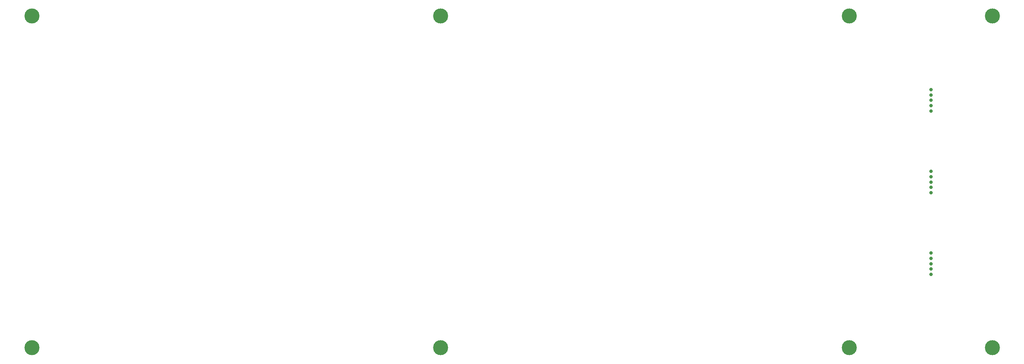
<source format=gbr>
G04 #@! TF.GenerationSoftware,KiCad,Pcbnew,(5.1.10-1-10_14)*
G04 #@! TF.CreationDate,2021-08-14T15:19:58-05:00*
G04 #@! TF.ProjectId,ori_top_plate,6f72695f-746f-4705-9f70-6c6174652e6b,rev?*
G04 #@! TF.SameCoordinates,Original*
G04 #@! TF.FileFunction,Soldermask,Top*
G04 #@! TF.FilePolarity,Negative*
%FSLAX46Y46*%
G04 Gerber Fmt 4.6, Leading zero omitted, Abs format (unit mm)*
G04 Created by KiCad (PCBNEW (5.1.10-1-10_14)) date 2021-08-14 15:19:58*
%MOMM*%
%LPD*%
G01*
G04 APERTURE LIST*
%ADD10C,0.800000*%
%ADD11C,3.500000*%
G04 APERTURE END LIST*
D10*
X375048450Y-97631692D03*
X375048450Y-96381692D03*
X375048450Y-95131692D03*
X375048450Y-98881692D03*
X375048450Y-100131692D03*
X375048450Y-78581580D03*
X375048450Y-77331580D03*
X375048450Y-76081580D03*
X375048450Y-79831580D03*
X375048450Y-81081580D03*
X375048450Y-59518808D03*
X375048450Y-58268808D03*
X375048450Y-57018808D03*
X375048450Y-60768808D03*
X375048450Y-62018808D03*
D11*
X165523314Y-39873575D03*
X165523314Y-117264265D03*
X260773394Y-39873575D03*
X260773394Y-117264265D03*
X356023474Y-39873575D03*
X356023474Y-117264265D03*
X389361002Y-39873575D03*
X389361002Y-117264265D03*
M02*

</source>
